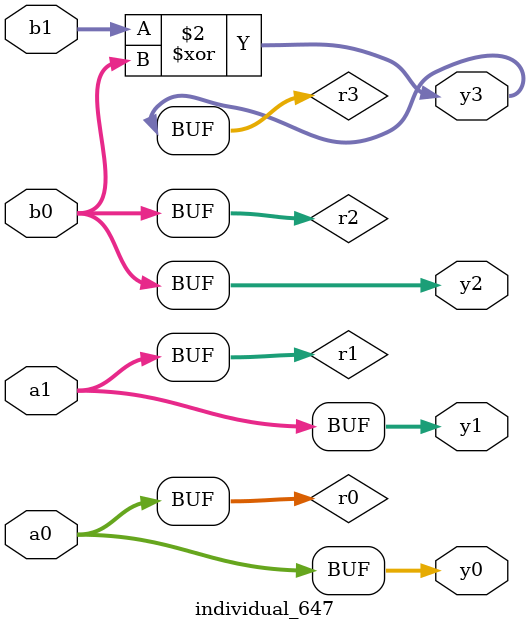
<source format=sv>
module individual_647(input logic [15:0] a1, input logic [15:0] a0, input logic [15:0] b1, input logic [15:0] b0, output logic [15:0] y3, output logic [15:0] y2, output logic [15:0] y1, output logic [15:0] y0);
logic [15:0] r0, r1, r2, r3; 
 always@(*) begin 
	 r0 = a0; r1 = a1; r2 = b0; r3 = b1; 
 	 r3  ^=  r2 ;
 	 y3 = r3; y2 = r2; y1 = r1; y0 = r0; 
end
endmodule
</source>
